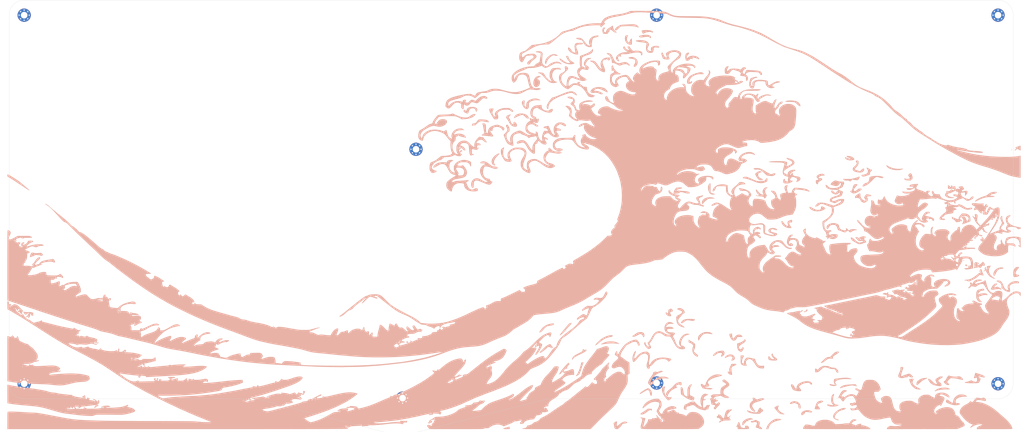
<source format=kicad_pcb>
(kicad_pcb (version 20171130) (host pcbnew 5.1.10-88a1d61d58~90~ubuntu20.04.1)
  (layers (0 F.Cu signal) (31 B.Cu signal) (34 B.Paste user) (35 F.Paste user) (36 B.SilkS user) (37 F.SilkS user) (38 B.Mask user) (39 F.Mask user) (44 Edge.Cuts user))
  (net 0 "")
  (net 1 GND)
  (module layout-for-export:Great-wave (layer B.Cu) (at 222.89 150.232 180)
    (fp_text reference LogoBase1 hide)
    (fp_text value LOGO hide)
  )
  (module keyboard:MountingHole_2.2mm_M2_Pad_Via (layer F.Cu) (at 60.88 83.232)
    (fp_text reference MountBaseMiddleTop1 hide)
    (fp_text value MountingHole)
    (pad 1 thru_hole circle (at 1.166726 -1.166726) (size 0.7 0.7) (drill 0.4) (layers *.Cu *.Mask))
    (pad 1 thru_hole circle (at 0 -1.65) (size 0.7 0.7) (drill 0.4) (layers *.Cu *.Mask))
    (pad 1 thru_hole circle (at -1.166726 -1.166726) (size 0.7 0.7) (drill 0.4) (layers *.Cu *.Mask))
    (pad 1 thru_hole circle (at -1.65 0) (size 0.7 0.7) (drill 0.4) (layers *.Cu *.Mask))
    (pad 1 thru_hole circle (at -1.166726 1.166726) (size 0.7 0.7) (drill 0.4) (layers *.Cu *.Mask))
    (pad 1 thru_hole circle (at 0 1.65) (size 0.7 0.7) (drill 0.4) (layers *.Cu *.Mask))
    (pad 1 thru_hole circle (at 1.166726 1.166726) (size 0.7 0.7) (drill 0.4) (layers *.Cu *.Mask))
    (pad 1 thru_hole circle (at 1.65 0) (size 0.7 0.7) (drill 0.4) (layers *.Cu *.Mask))
    (pad 1 thru_hole circle (at 0 0) (size 4.4 4.4) (drill 2.2) (layers *.Cu *.Mask))
  )
  (module keyboard:MountingHole_2.2mm_M2_Pad_Via (layer F.Cu) (at 60.89 205.232)
    (fp_text reference MountBaseMiddleTop2 hide)
    (fp_text value MountingHole)
    (pad 1 thru_hole circle (at 1.166726 -1.166726) (size 0.7 0.7) (drill 0.4) (layers *.Cu *.Mask))
    (pad 1 thru_hole circle (at 0 -1.65) (size 0.7 0.7) (drill 0.4) (layers *.Cu *.Mask))
    (pad 1 thru_hole circle (at -1.166726 -1.166726) (size 0.7 0.7) (drill 0.4) (layers *.Cu *.Mask))
    (pad 1 thru_hole circle (at -1.65 0) (size 0.7 0.7) (drill 0.4) (layers *.Cu *.Mask))
    (pad 1 thru_hole circle (at -1.166726 1.166726) (size 0.7 0.7) (drill 0.4) (layers *.Cu *.Mask))
    (pad 1 thru_hole circle (at 0 1.65) (size 0.7 0.7) (drill 0.4) (layers *.Cu *.Mask))
    (pad 1 thru_hole circle (at 1.166726 1.166726) (size 0.7 0.7) (drill 0.4) (layers *.Cu *.Mask))
    (pad 1 thru_hole circle (at 1.65 0) (size 0.7 0.7) (drill 0.4) (layers *.Cu *.Mask))
    (pad 1 thru_hole circle (at 0 0) (size 4.4 4.4) (drill 2.2) (layers *.Cu *.Mask))
  )
  (module keyboard:MountingHole_2.2mm_M2_Pad_Via (layer F.Cu) (at 190.44 127.622)
    (fp_text reference MountBaseMiddleTop3 hide)
    (fp_text value MountingHole)
    (pad 1 thru_hole circle (at 1.166726 -1.166726) (size 0.7 0.7) (drill 0.4) (layers *.Cu *.Mask))
    (pad 1 thru_hole circle (at 0 -1.65) (size 0.7 0.7) (drill 0.4) (layers *.Cu *.Mask))
    (pad 1 thru_hole circle (at -1.166726 -1.166726) (size 0.7 0.7) (drill 0.4) (layers *.Cu *.Mask))
    (pad 1 thru_hole circle (at -1.65 0) (size 0.7 0.7) (drill 0.4) (layers *.Cu *.Mask))
    (pad 1 thru_hole circle (at -1.166726 1.166726) (size 0.7 0.7) (drill 0.4) (layers *.Cu *.Mask))
    (pad 1 thru_hole circle (at 0 1.65) (size 0.7 0.7) (drill 0.4) (layers *.Cu *.Mask))
    (pad 1 thru_hole circle (at 1.166726 1.166726) (size 0.7 0.7) (drill 0.4) (layers *.Cu *.Mask))
    (pad 1 thru_hole circle (at 1.65 0) (size 0.7 0.7) (drill 0.4) (layers *.Cu *.Mask))
    (pad 1 thru_hole circle (at 0 0) (size 4.4 4.4) (drill 2.2) (layers *.Cu *.Mask))
  )
  (module keyboard:MountingHole_2.2mm_M2_Pad_Via (layer F.Cu) (at 186 210)
    (fp_text reference MountBaseMiddleTop4 hide)
    (fp_text value MountingHole)
    (pad 1 thru_hole circle (at 1.166726 -1.166726) (size 0.7 0.7) (drill 0.4) (layers *.Cu *.Mask))
    (pad 1 thru_hole circle (at 0 -1.65) (size 0.7 0.7) (drill 0.4) (layers *.Cu *.Mask))
    (pad 1 thru_hole circle (at -1.166726 -1.166726) (size 0.7 0.7) (drill 0.4) (layers *.Cu *.Mask))
    (pad 1 thru_hole circle (at -1.65 0) (size 0.7 0.7) (drill 0.4) (layers *.Cu *.Mask))
    (pad 1 thru_hole circle (at -1.166726 1.166726) (size 0.7 0.7) (drill 0.4) (layers *.Cu *.Mask))
    (pad 1 thru_hole circle (at 0 1.65) (size 0.7 0.7) (drill 0.4) (layers *.Cu *.Mask))
    (pad 1 thru_hole circle (at 1.166726 1.166726) (size 0.7 0.7) (drill 0.4) (layers *.Cu *.Mask))
    (pad 1 thru_hole circle (at 1.65 0) (size 0.7 0.7) (drill 0.4) (layers *.Cu *.Mask))
    (pad 1 thru_hole circle (at 0 0) (size 4.4 4.4) (drill 2.2) (layers *.Cu *.Mask))
  )
  (module keyboard:MountingHole_2.2mm_M2_Pad_Via (layer F.Cu) (at 270 83.232)
    (fp_text reference MountBaseMiddleTop5 hide)
    (fp_text value MountingHole)
    (pad 1 thru_hole circle (at 1.166726 -1.166726) (size 0.7 0.7) (drill 0.4) (layers *.Cu *.Mask))
    (pad 1 thru_hole circle (at 0 -1.65) (size 0.7 0.7) (drill 0.4) (layers *.Cu *.Mask))
    (pad 1 thru_hole circle (at -1.166726 -1.166726) (size 0.7 0.7) (drill 0.4) (layers *.Cu *.Mask))
    (pad 1 thru_hole circle (at -1.65 0) (size 0.7 0.7) (drill 0.4) (layers *.Cu *.Mask))
    (pad 1 thru_hole circle (at -1.166726 1.166726) (size 0.7 0.7) (drill 0.4) (layers *.Cu *.Mask))
    (pad 1 thru_hole circle (at 0 1.65) (size 0.7 0.7) (drill 0.4) (layers *.Cu *.Mask))
    (pad 1 thru_hole circle (at 1.166726 1.166726) (size 0.7 0.7) (drill 0.4) (layers *.Cu *.Mask))
    (pad 1 thru_hole circle (at 1.65 0) (size 0.7 0.7) (drill 0.4) (layers *.Cu *.Mask))
    (pad 1 thru_hole circle (at 0 0) (size 4.4 4.4) (drill 2.2) (layers *.Cu *.Mask))
  )
  (module keyboard:MountingHole_2.2mm_M2_Pad_Via (layer F.Cu) (at 270 205)
    (fp_text reference MountBaseMiddleTop6 hide)
    (fp_text value MountingHole)
    (pad 1 thru_hole circle (at 1.166726 -1.166726) (size 0.7 0.7) (drill 0.4) (layers *.Cu *.Mask))
    (pad 1 thru_hole circle (at 0 -1.65) (size 0.7 0.7) (drill 0.4) (layers *.Cu *.Mask))
    (pad 1 thru_hole circle (at -1.166726 -1.166726) (size 0.7 0.7) (drill 0.4) (layers *.Cu *.Mask))
    (pad 1 thru_hole circle (at -1.65 0) (size 0.7 0.7) (drill 0.4) (layers *.Cu *.Mask))
    (pad 1 thru_hole circle (at -1.166726 1.166726) (size 0.7 0.7) (drill 0.4) (layers *.Cu *.Mask))
    (pad 1 thru_hole circle (at 0 1.65) (size 0.7 0.7) (drill 0.4) (layers *.Cu *.Mask))
    (pad 1 thru_hole circle (at 1.166726 1.166726) (size 0.7 0.7) (drill 0.4) (layers *.Cu *.Mask))
    (pad 1 thru_hole circle (at 1.65 0) (size 0.7 0.7) (drill 0.4) (layers *.Cu *.Mask))
    (pad 1 thru_hole circle (at 0 0) (size 4.4 4.4) (drill 2.2) (layers *.Cu *.Mask))
  )
  (module keyboard:MountingHole_2.2mm_M2_Pad_Via (layer F.Cu) (at 382.89 83.232)
    (fp_text reference MountBaseMiddleTop7 hide)
    (fp_text value MountingHole)
    (pad 1 thru_hole circle (at 1.166726 -1.166726) (size 0.7 0.7) (drill 0.4) (layers *.Cu *.Mask))
    (pad 1 thru_hole circle (at 0 -1.65) (size 0.7 0.7) (drill 0.4) (layers *.Cu *.Mask))
    (pad 1 thru_hole circle (at -1.166726 -1.166726) (size 0.7 0.7) (drill 0.4) (layers *.Cu *.Mask))
    (pad 1 thru_hole circle (at -1.65 0) (size 0.7 0.7) (drill 0.4) (layers *.Cu *.Mask))
    (pad 1 thru_hole circle (at -1.166726 1.166726) (size 0.7 0.7) (drill 0.4) (layers *.Cu *.Mask))
    (pad 1 thru_hole circle (at 0 1.65) (size 0.7 0.7) (drill 0.4) (layers *.Cu *.Mask))
    (pad 1 thru_hole circle (at 1.166726 1.166726) (size 0.7 0.7) (drill 0.4) (layers *.Cu *.Mask))
    (pad 1 thru_hole circle (at 1.65 0) (size 0.7 0.7) (drill 0.4) (layers *.Cu *.Mask))
    (pad 1 thru_hole circle (at 0 0) (size 4.4 4.4) (drill 2.2) (layers *.Cu *.Mask))
  )
  (module keyboard:MountingHole_2.2mm_M2_Pad_Via (layer F.Cu) (at 382.89 205.232)
    (fp_text reference MountBaseMiddleTop8 hide)
    (fp_text value MountingHole)
    (pad 1 thru_hole circle (at 1.166726 -1.166726) (size 0.7 0.7) (drill 0.4) (layers *.Cu *.Mask))
    (pad 1 thru_hole circle (at 0 -1.65) (size 0.7 0.7) (drill 0.4) (layers *.Cu *.Mask))
    (pad 1 thru_hole circle (at -1.166726 -1.166726) (size 0.7 0.7) (drill 0.4) (layers *.Cu *.Mask))
    (pad 1 thru_hole circle (at -1.65 0) (size 0.7 0.7) (drill 0.4) (layers *.Cu *.Mask))
    (pad 1 thru_hole circle (at -1.166726 1.166726) (size 0.7 0.7) (drill 0.4) (layers *.Cu *.Mask))
    (pad 1 thru_hole circle (at 0 1.65) (size 0.7 0.7) (drill 0.4) (layers *.Cu *.Mask))
    (pad 1 thru_hole circle (at 1.166726 1.166726) (size 0.7 0.7) (drill 0.4) (layers *.Cu *.Mask))
    (pad 1 thru_hole circle (at 1.65 0) (size 0.7 0.7) (drill 0.4) (layers *.Cu *.Mask))
    (pad 1 thru_hole circle (at 0 0) (size 4.4 4.4) (drill 2.2) (layers *.Cu *.Mask))
  )
  (gr_line (start 137.89 210.232) (end 60.89 210.232) (layer Edge.Cuts) (width 0.05))
  (gr_line (start 179.89 221.232) (end 137.89 210.232) (layer Edge.Cuts) (width 0.05))
  (gr_line (start 190.89 221.232) (end 179.89 221.232) (layer Edge.Cuts) (width 0.05))
  (gr_line (start 233.89 210.232) (end 190.89 221.232) (layer Edge.Cuts) (width 0.05))
  (gr_line (start 382.89 210.232) (end 233.89 210.232) (layer Edge.Cuts) (width 0.05))
  (gr_arc (start 382.89 83.232) (end 387.89 83.232) (angle -90) (layer Edge.Cuts) (width 0.05))
  (gr_arc (start 60.89 83.232) (end 60.89 78.232) (angle -90) (layer Edge.Cuts) (width 0.05))
  (gr_arc (start 60.89 205.232) (end 55.89 205.232) (angle -90) (layer Edge.Cuts) (width 0.05))
  (gr_arc (start 382.89 205.232) (end 382.89 210.232) (angle -90) (layer Edge.Cuts) (width 0.05))
  (gr_line (start 382.89 78.232) (end 60.89 78.232) (layer Edge.Cuts) (width 0.05))
  (gr_line (start 387.89 205.232) (end 387.89 83.232) (layer Edge.Cuts) (width 0.05))
  (gr_line (start 55.89 83.232) (end 55.89 205.232) (layer Edge.Cuts) (width 0.05))
)
</source>
